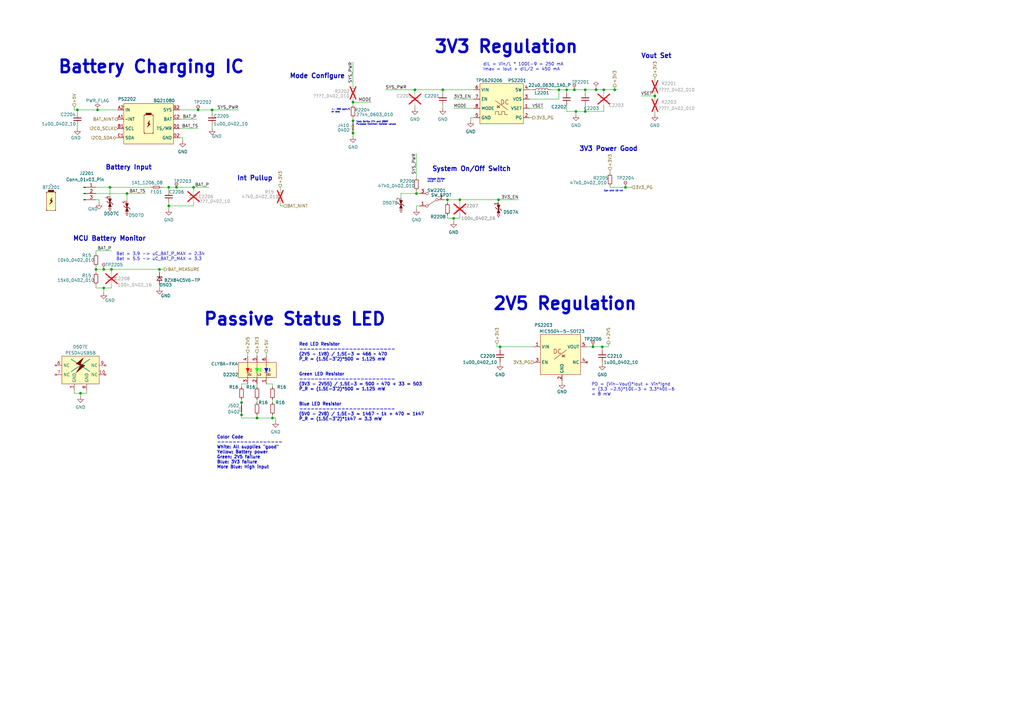
<source format=kicad_sch>
(kicad_sch (version 20230121) (generator eeschema)
  (paper "A3")
  (title_block (title "Regulators") (date "2023-08-07") (rev "1") (company "Beep Boop"))
  (lib_symbols
    (symbol "Beacon_Library:BQ21080"
      (property "Reference" "PS" (at 0 0 0))
      (property "Value" "BQ21080" (at 15.24 0 0))
      (symbol "BQ21080_1_1"
        (pin output line (at -3.81 -7.62 0) (length 2.54) (name "~INT") (number "A1"))
        (pin power_in line (at -3.81 -3.81 0) (length 2.54) (name "IN") (number "A2"))
        (pin input line (at -3.81 -11.43 0) (length 2.54) (name "SCL") (number "B1"))
        (pin power_out line (at 21.59 -3.81 180) (length 2.54) (name "SYS") (number "B2"))
        (pin bidirectional line (at -3.81 -15.24 0) (length 2.54) (name "SDA") (number "C1"))
        (pin bidirectional line (at 21.59 -7.62 180) (length 2.54) (name "BAT") (number "C2"))
        (pin input line (at 21.59 -11.43 180) (length 2.54) (name "TS/MR") (number "D1"))
        (pin passive line (at 21.59 -15.24 180) (length 2.54) (name "GND") (number "D2"))
      )
    )
    (symbol "Beacon_Library:Battery"
      (property "Reference" "BT" (at 0 -1.27 0))
    )
    (symbol "Beacon_Library:CLYBA-FKA"
      (property "Reference" "D" (at -3.302 2.032 0))
      (property "Value" "CLYBA-FKA" (at 1.524 0.254 0))
      (symbol "CLYBA-FKA_1_1"
        (text "B" (at 1.905 -4.064 0) (effects (font (size 1.27 1.27))))
        (text "G" (at 1.905 -7.874 0) (effects (font (size 1.27 1.27))))
        (text "R" (at 1.905 -11.684 0) (effects (font (size 1.27 1.27))))
        (pin passive line (at 5.715 -5.08 180) (length 2.54) (name "") (number "1"))
        (pin passive line (at 5.715 -8.89 180) (length 2.54) (name "") (number "2"))
        (pin passive line (at 5.715 -12.7 180) (length 2.54) (name "") (number "3"))
        (pin passive line (at -5.715 -12.7 0) (length 2.54) (name "") (number "4"))
        (pin passive line (at -5.715 -8.89 0) (length 2.54) (name "") (number "5"))
        (pin passive line (at -5.715 -5.08 0) (length 2.54) (name "") (number "6"))
      )
    )
    (symbol "Beacon_Library:CUT_N_JUMP" (pin_numbers hide) (in_bom no)
      (property "Reference" "J" (at 0 -0.254 0))
      (property "Value" "0402" (at 0 -3.81 0))
      (symbol "CUT_N_JUMP_1_1"
        (pin passive line (at -2.54 -2.54 0) (length 1.27) (name "~") (number "1"))
        (pin passive line (at 2.54 -2.54 180) (length 1.27) (name "~") (number "2"))
      )
    )
    (symbol "Beacon_Library:MIC5504-5-SOT23"
      (property "Reference" "PS" (at -1.524 1.27 0))
      (property "Value" "MIC5504-5-SOT23" (at 6.35 -1.27 0))
      (symbol "MIC5504-5-SOT23_1_1"
        (text "DC" (at 6.985 -9.525 0) (effects (font (size 1.778 1.778))))
        (text "DC" (at 9.525 -11.43 0) (effects (font (size 0.762 0.762))))
        (pin power_in line (at -2.54 -7.62 0) (length 2.54) (name "VIN") (number "1"))
        (pin passive line (at 8.89 -21.59 90) (length 2.54) (name "GND") (number "2"))
        (pin input line (at -2.54 -13.97 0) (length 2.54) (name "EN") (number "3"))
        (pin no_connect line (at 19.05 -13.97 180) (length 2.54) (name "NC") (number "4"))
        (pin power_out line (at 19.05 -7.62 180) (length 2.54) (name "VOUT") (number "5"))
      )
    )
    (symbol "Beacon_Library:PESD4USB5B-TBSX"
      (property "Reference" "D" (at -2.54 2.54 0))
      (property "Value" "PESD4USB5B" (at 11.43 2.54 0))
      (symbol "PESD4USB5B-TBSX_1_1"
        (pin passive line (at 0 1.27 270) (length 0.635) (name "") (number "1"))
      )
      (symbol "PESD4USB5B-TBSX_2_1"
        (pin passive line (at 0 1.27 270) (length 0.635) (name "") (number "2"))
      )
      (symbol "PESD4USB5B-TBSX_3_1"
        (pin passive line (at 0 1.27 270) (length 0.635) (name "") (number "4"))
      )
      (symbol "PESD4USB5B-TBSX_4_1"
        (pin passive line (at 0 1.27 270) (length 0.635) (name "") (number "5"))
      )
      (symbol "PESD4USB5B-TBSX_5_1"
        (pin no_connect line (at 17.78 -6.35 180) (length 2.54) (name "NC") (number "10"))
        (pin passive line (at 5.08 -12.7 90) (length 2.54) (name "GND") (number "3"))
        (pin no_connect line (at -2.54 -2.54 0) (length 2.54) (name "NC") (number "6"))
        (pin no_connect line (at -2.54 -6.35 0) (length 2.54) (name "NC") (number "7"))
        (pin passive line (at 10.16 -12.7 90) (length 2.54) (name "GND") (number "8"))
        (pin no_connect line (at 17.78 -2.54 180) (length 2.54) (name "NC") (number "9"))
      )
    )
    (symbol "Beacon_Library:TESTPOINT" (pin_numbers hide) (in_bom no)
      (property "Reference" "TP" (at 0 0 0))
      (symbol "TESTPOINT_1_1"
        (pin passive line (at 0 -3.175 90) (length 0.635) (name "~") (number "1"))
      )
    )
    (symbol "Beacon_Library:TPS629206"
      (property "Reference" "PS" (at 0 0 0))
      (property "Value" "TPS629206" (at 11.43 0 0))
      (symbol "TPS629206_1_1"
        (text "DC" (at 6.35 -10.795 0) (effects (font (size 0.762 0.762))))
        (text "DC" (at 8.89 -8.89 0) (effects (font (size 1.778 1.778))))
        (pin input line (at 19.05 -11.43 180) (length 2.54) (name "VSET") (number "1"))
        (pin output line (at 19.05 -15.24 180) (length 2.54) (name "PG") (number "2"))
        (pin input line (at 19.05 -7.62 180) (length 2.54) (name "VOS") (number "3"))
        (pin output line (at 19.05 -3.81 180) (length 2.54) (name "SW") (number "4"))
        (pin passive line (at -3.81 -15.24 0) (length 2.54) (name "GND") (number "5"))
        (pin input line (at -3.81 -3.81 0) (length 2.54) (name "VIN") (number "6"))
        (pin input line (at -3.81 -7.62 0) (length 2.54) (name "EN") (number "7"))
        (pin input line (at -3.81 -11.43 0) (length 2.54) (name "MODE") (number "8"))
      )
    )
    (symbol "Connector:Conn_01x03_Pin" (pin_names (offset 1.016) hide)
      (property "Reference" "J" (at 0 5.08 0))
      (property "Value" "Conn_01x03_Pin" (at 0 -5.08 0))
      (symbol "Conn_01x03_Pin_1_1"
        (pin passive line (at 5.08 2.54 180) (length 3.81) (name "Pin_1") (number "1"))
        (pin passive line (at 5.08 0 180) (length 3.81) (name "Pin_2") (number "2"))
        (pin passive line (at 5.08 -2.54 180) (length 3.81) (name "Pin_3") (number "3"))
      )
    )
    (symbol "Device:C_Small" (pin_numbers hide) (pin_names (offset 0.254) hide)
      (property "Reference" "C" (at 0.254 1.778 0))
      (property "Value" "C_Small" (at 0.254 -2.032 0))
      (symbol "C_Small_1_1"
        (pin passive line (at 0 2.54 270) (length 2.032) (name "~") (number "1"))
        (pin passive line (at 0 -2.54 90) (length 2.032) (name "~") (number "2"))
      )
    )
    (symbol "Device:D_Zener_Small" (pin_numbers hide) (pin_names (offset 0.254) hide)
      (property "Reference" "D503" (at 1.905 0 90))
      (property "Value" "BZX84C5V6-TP" (at 1.27 -1.905 90))
      (symbol "D_Zener_Small_1_1"
        (pin passive line (at -2.54 0 0) (length 1.778) (name "K") (number "1"))
        (pin passive line (at 2.54 0 180) (length 1.778) (name "A") (number "2"))
        (pin no_connect line (at 1.905 -2.54 90) (length 1.778) hide (name "A") (number "3"))
      )
    )
    (symbol "Device:Fuse_Small" (pin_numbers hide) (pin_names (offset 0.254) hide)
      (property "Reference" "F" (at 0 -1.524 0))
      (property "Value" "Fuse_Small" (at 0 1.524 0))
      (symbol "Fuse_Small_1_1"
        (pin passive line (at -2.54 0 0) (length 1.27) (name "~") (number "1"))
        (pin passive line (at 2.54 0 180) (length 1.27) (name "~") (number "2"))
      )
    )
    (symbol "Device:L" (pin_numbers hide) (pin_names (offset 1.016) hide)
      (property "Reference" "L" (at -1.27 0 90))
      (property "Value" "L" (at 1.905 0 90))
      (symbol "L_1_1"
        (pin passive line (at 0 3.81 270) (length 1.27) (name "1") (number "1"))
        (pin passive line (at 0 -3.81 90) (length 1.27) (name "2") (number "2"))
      )
    )
    (symbol "Device:R_Small" (pin_numbers hide) (pin_names (offset 0.254) hide)
      (property "Reference" "R" (at 0.762 0.508 0))
      (property "Value" "R_Small" (at 0.762 -1.016 0))
      (symbol "R_Small_1_1"
        (pin passive line (at 0 2.54 270) (length 0.762) (name "~") (number "1"))
        (pin passive line (at 0 -2.54 90) (length 0.762) (name "~") (number "2"))
      )
    )
    (symbol "Switch:SW_SPDT" (pin_names (offset 0) hide)
      (property "Reference" "SW" (at 0 4.318 0))
      (property "Value" "SW_SPDT" (at 0 -5.08 0))
      (symbol "SW_SPDT_1_1"
        (pin passive line (at 5.08 2.54 180) (length 2.54) (name "A") (number "1"))
        (pin passive line (at -5.08 0 0) (length 2.54) (name "B") (number "2"))
        (pin passive line (at 5.08 -2.54 180) (length 2.54) (name "C") (number "3"))
      )
    )
    (symbol "power:GND" (power) (pin_names (offset 0))
      (property "Value" "GND" (at 0 -3.81 0))
      (symbol "GND_1_1"
        (pin power_in line (at 0 0 270) (length 0) hide (name "GND") (number "1"))
      )
    )
    (symbol "power:PWR_FLAG" (power) (pin_numbers hide) (pin_names (offset 0) hide)
      (property "Value" "PWR_FLAG" (at 0 3.81 0))
      (symbol "PWR_FLAG_0_0"
        (pin power_out line (at 0 0 90) (length 0) (name "pwr") (number "1"))
      )
    )
  )
  (junction (at 252.095 36.83))
  (junction (at 65.405 110.49))
  (junction (at 99.06 170.18))
  (junction (at 204.47 81.915))
  (junction (at 86.995 45.085))
  (junction (at 39.37 110.49))
  (junction (at 247.65 36.83))
  (junction (at 240.03 45.72))
  (junction (at 144.78 49.53))
  (junction (at 268.605 39.37))
  (junction (at 183.515 81.915))
  (junction (at 244.475 36.83))
  (junction (at 79.375 76.835))
  (junction (at 45.085 76.835))
  (junction (at 229.235 36.83))
  (junction (at 186.055 89.535))
  (junction (at 31.75 45.085))
  (junction (at 72.39 76.835))
  (junction (at 52.07 79.375))
  (junction (at 247.015 142.24))
  (junction (at 40.005 45.085))
  (junction (at 99.06 165.1))
  (junction (at 181.61 36.83))
  (junction (at 232.41 36.83))
  (junction (at 205.105 142.24))
  (junction (at 111.76 171.45))
  (junction (at 69.215 76.835))
  (junction (at 240.03 36.83))
  (junction (at 170.815 79.375))
  (junction (at 45.72 110.49))
  (junction (at 243.205 142.24))
  (junction (at 256.54 76.835))
  (junction (at 42.545 110.49))
  (junction (at 144.78 54.61))
  (junction (at 144.78 41.91))
  (junction (at 236.22 45.72))
  (junction (at 188.595 81.915))
  (junction (at 170.18 36.83))
  (junction (at 69.215 84.455))
  (junction (at 33.02 161.29))
  (junction (at 235.585 36.83))
  (junction (at 105.41 171.45))
  (junction (at 81.28 45.085))
  (junction (at 42.545 118.11))
  (wire (pts (xy 45.72 110.49) (xy 65.405 110.49)))
  (wire (pts (xy 144.78 25.4) (xy 144.78 35.56)))
  (wire (pts (xy 204.47 81.915) (xy 204.47 83.185)))
  (wire (pts (xy 247.015 142.24) (xy 247.015 143.51)))
  (wire (pts (xy 86.995 52.705) (xy 86.995 51.435)))
  (wire (pts (xy 170.18 36.83) (xy 170.18 38.1)))
  (wire (pts (xy 205.105 142.24) (xy 205.105 143.51)))
  (wire (pts (xy 194.31 40.64) (xy 186.055 40.64)))
  (wire (pts (xy 170.815 62.865) (xy 170.815 73.025)))
  (wire (pts (xy 65.405 110.49) (xy 65.405 111.76)))
  (wire (pts (xy 144.78 41.91) (xy 144.78 43.18)))
  (wire (pts (xy 105.41 158.75) (xy 105.41 157.48)))
  (wire (pts (xy 170.18 43.18) (xy 170.18 44.45)))
  (wire (pts (xy 111.76 163.83) (xy 111.76 165.1)))
  (wire (pts (xy 42.545 118.11) (xy 42.545 120.015)))
  (wire (pts (xy 39.37 79.375) (xy 52.07 79.375)))
  (wire (pts (xy 244.475 36.83) (xy 247.65 36.83)))
  (wire (pts (xy 45.72 116.84) (xy 45.72 118.11)))
  (wire (pts (xy 33.02 161.29) (xy 33.02 162.56)))
  (wire (pts (xy 181.61 43.18) (xy 181.61 44.45)))
  (wire (pts (xy 73.66 56.515) (xy 74.93 56.515)))
  (wire (pts (xy 73.66 52.705) (xy 81.28 52.705)))
  (wire (pts (xy 99.06 170.18) (xy 99.06 171.45)))
  (wire (pts (xy 79.375 76.835) (xy 79.375 78.105)))
  (wire (pts (xy 218.44 48.26) (xy 217.17 48.26)))
  (wire (pts (xy 158.115 36.83) (xy 170.18 36.83)))
  (wire (pts (xy 217.17 36.83) (xy 218.44 36.83)))
  (wire (pts (xy 193.04 49.53) (xy 193.04 48.26)))
  (wire (pts (xy 31.75 52.705) (xy 31.75 51.435)))
  (wire (pts (xy 52.07 82.55) (xy 52.07 79.375)))
  (wire (pts (xy 268.605 38.1) (xy 268.605 39.37)))
  (wire (pts (xy 79.375 83.185) (xy 79.375 84.455)))
  (wire (pts (xy 235.585 36.83) (xy 240.03 36.83)))
  (wire (pts (xy 116.205 84.455) (xy 114.935 84.455)))
  (wire (pts (xy 101.6 157.48) (xy 99.06 157.48)))
  (wire (pts (xy 230.505 156.845) (xy 230.505 156.21)))
  (wire (pts (xy 183.515 81.915) (xy 183.515 83.185)))
  (wire (pts (xy 45.72 102.87) (xy 39.37 102.87)))
  (wire (pts (xy 113.03 171.45) (xy 111.76 171.45)))
  (wire (pts (xy 181.61 38.1) (xy 181.61 36.83)))
  (wire (pts (xy 232.41 36.83) (xy 235.585 36.83)))
  (wire (pts (xy 39.37 118.11) (xy 39.37 116.84)))
  (wire (pts (xy 30.48 45.085) (xy 31.75 45.085)))
  (wire (pts (xy 186.055 44.45) (xy 194.31 44.45)))
  (wire (pts (xy 114.935 76.835) (xy 114.935 78.105)))
  (wire (pts (xy 236.22 45.72) (xy 240.03 45.72)))
  (wire (pts (xy 109.22 144.78) (xy 109.22 146.05)))
  (wire (pts (xy 113.03 172.72) (xy 113.03 171.45)))
  (wire (pts (xy 79.375 76.835) (xy 85.725 76.835)))
  (wire (pts (xy 144.78 40.64) (xy 144.78 41.91)))
  (wire (pts (xy 105.41 171.45) (xy 111.76 171.45)))
  (wire (pts (xy 73.66 48.895) (xy 80.645 48.895)))
  (wire (pts (xy 232.41 45.72) (xy 236.22 45.72)))
  (wire (pts (xy 152.4 41.91) (xy 144.78 41.91)))
  (wire (pts (xy 232.41 43.18) (xy 232.41 45.72)))
  (wire (pts (xy 229.235 36.83) (xy 232.41 36.83)))
  (wire (pts (xy 86.995 45.085) (xy 97.79 45.085)))
  (wire (pts (xy 193.04 48.26) (xy 194.31 48.26)))
  (wire (pts (xy 52.07 79.375) (xy 59.69 79.375)))
  (wire (pts (xy 252.095 36.83) (xy 253.365 36.83)))
  (wire (pts (xy 69.215 76.835) (xy 72.39 76.835)))
  (wire (pts (xy 33.02 161.29) (xy 35.56 161.29)))
  (wire (pts (xy 45.085 76.835) (xy 61.595 76.835)))
  (wire (pts (xy 30.48 160.02) (xy 30.48 161.29)))
  (wire (pts (xy 240.03 36.83) (xy 244.475 36.83)))
  (wire (pts (xy 65.405 116.84) (xy 65.405 118.11)))
  (wire (pts (xy 69.215 84.455) (xy 69.215 83.185)))
  (wire (pts (xy 186.055 89.535) (xy 186.055 90.805)))
  (wire (pts (xy 45.085 76.835) (xy 45.085 80.645)))
  (wire (pts (xy 232.41 36.83) (xy 232.41 38.1)))
  (wire (pts (xy 252.095 35.56) (xy 252.095 36.83)))
  (wire (pts (xy 109.22 157.48) (xy 111.76 157.48)))
  (wire (pts (xy 243.205 142.24) (xy 247.015 142.24)))
  (wire (pts (xy 99.06 165.1) (xy 99.06 170.18)))
  (wire (pts (xy 188.595 88.265) (xy 188.595 89.535)))
  (wire (pts (xy 204.47 81.915) (xy 212.725 81.915)))
  (wire (pts (xy 226.06 36.83) (xy 229.235 36.83)))
  (wire (pts (xy 111.76 170.18) (xy 111.76 171.45)))
  (wire (pts (xy 45.72 110.49) (xy 45.72 111.76)))
  (wire (pts (xy 268.605 39.37) (xy 268.605 40.64)))
  (wire (pts (xy 39.37 102.87) (xy 39.37 104.14)))
  (wire (pts (xy 40.64 83.185) (xy 40.64 81.915)))
  (wire (pts (xy 236.22 45.72) (xy 236.22 46.99)))
  (wire (pts (xy 144.78 54.61) (xy 144.78 55.88)))
  (wire (pts (xy 217.17 40.64) (xy 229.235 40.64)))
  (wire (pts (xy 111.76 157.48) (xy 111.76 158.75)))
  (wire (pts (xy 69.215 76.835) (xy 69.215 78.105)))
  (wire (pts (xy 31.75 45.085) (xy 40.005 45.085)))
  (wire (pts (xy 268.605 31.75) (xy 268.605 33.02)))
  (wire (pts (xy 79.375 84.455) (xy 69.215 84.455)))
  (wire (pts (xy 205.105 142.24) (xy 219.075 142.24)))
  (wire (pts (xy 99.06 157.48) (xy 99.06 158.75)))
  (wire (pts (xy 170.815 85.725) (xy 170.815 84.455)))
  (wire (pts (xy 170.815 79.375) (xy 172.085 79.375)))
  (wire (pts (xy 105.41 144.78) (xy 105.41 146.05)))
  (wire (pts (xy 256.54 76.2) (xy 256.54 76.835)))
  (wire (pts (xy 268.605 46.99) (xy 268.605 45.72)))
  (wire (pts (xy 164.465 79.375) (xy 164.465 81.28)))
  (wire (pts (xy 39.37 76.835) (xy 45.085 76.835)))
  (wire (pts (xy 247.015 142.24) (xy 249.555 142.24)))
  (wire (pts (xy 183.515 88.265) (xy 183.515 89.535)))
  (wire (pts (xy 42.545 110.49) (xy 45.72 110.49)))
  (wire (pts (xy 114.935 84.455) (xy 114.935 83.185)))
  (wire (pts (xy 170.815 84.455) (xy 172.085 84.455)))
  (wire (pts (xy 74.93 56.515) (xy 74.93 57.785)))
  (wire (pts (xy 105.41 171.45) (xy 99.06 171.45)))
  (wire (pts (xy 222.885 44.45) (xy 217.17 44.45)))
  (wire (pts (xy 203.835 142.24) (xy 205.105 142.24)))
  (wire (pts (xy 188.595 81.915) (xy 188.595 83.185)))
  (wire (pts (xy 30.48 161.29) (xy 33.02 161.29)))
  (wire (pts (xy 73.66 45.085) (xy 81.28 45.085)))
  (wire (pts (xy 39.37 110.49) (xy 42.545 110.49)))
  (wire (pts (xy 105.41 170.18) (xy 105.41 171.45)))
  (wire (pts (xy 240.03 43.18) (xy 240.03 45.72)))
  (wire (pts (xy 170.815 79.375) (xy 170.815 78.105)))
  (wire (pts (xy 72.39 76.835) (xy 79.375 76.835)))
  (wire (pts (xy 240.03 36.83) (xy 240.03 38.1)))
  (wire (pts (xy 86.995 46.355) (xy 86.995 45.085)))
  (wire (pts (xy 40.005 45.085) (xy 48.26 45.085)))
  (wire (pts (xy 39.37 109.22) (xy 39.37 110.49)))
  (wire (pts (xy 249.555 140.97) (xy 249.555 142.24)))
  (wire (pts (xy 244.475 36.195) (xy 244.475 36.83)))
  (wire (pts (xy 235.585 36.195) (xy 235.585 36.83)))
  (wire (pts (xy 81.28 45.085) (xy 86.995 45.085)))
  (wire (pts (xy 42.545 118.11) (xy 45.72 118.11)))
  (wire (pts (xy 247.65 36.83) (xy 252.095 36.83)))
  (wire (pts (xy 243.205 141.605) (xy 243.205 142.24)))
  (wire (pts (xy 247.015 148.59) (xy 247.015 149.225)))
  (wire (pts (xy 182.245 81.915) (xy 183.515 81.915)))
  (wire (pts (xy 65.405 110.49) (xy 67.31 110.49)))
  (wire (pts (xy 250.19 76.2) (xy 250.19 76.835)))
  (wire (pts (xy 101.6 144.78) (xy 101.6 146.05)))
  (wire (pts (xy 256.54 76.835) (xy 259.08 76.835)))
  (wire (pts (xy 188.595 81.915) (xy 204.47 81.915)))
  (wire (pts (xy 247.65 45.72) (xy 247.65 43.18)))
  (wire (pts (xy 144.78 48.26) (xy 144.78 49.53)))
  (wire (pts (xy 247.65 36.83) (xy 247.65 38.1)))
  (wire (pts (xy 47.625 56.515) (xy 48.26 56.515)))
  (wire (pts (xy 188.595 89.535) (xy 186.055 89.535)))
  (wire (pts (xy 240.665 142.24) (xy 243.205 142.24)))
  (wire (pts (xy 250.19 76.835) (xy 256.54 76.835)))
  (wire (pts (xy 30.48 43.815) (xy 30.48 45.085)))
  (wire (pts (xy 183.515 89.535) (xy 186.055 89.535)))
  (wire (pts (xy 99.06 163.83) (xy 99.06 165.1)))
  (wire (pts (xy 205.105 149.225) (xy 205.105 148.59)))
  (wire (pts (xy 181.61 36.83) (xy 194.31 36.83)))
  (wire (pts (xy 39.37 110.49) (xy 39.37 111.76)))
  (wire (pts (xy 144.78 49.53) (xy 144.78 54.61)))
  (wire (pts (xy 42.545 118.11) (xy 39.37 118.11)))
  (wire (pts (xy 229.235 40.64) (xy 229.235 36.83)))
  (wire (pts (xy 250.19 69.85) (xy 250.19 71.12)))
  (wire (pts (xy 268.605 39.37) (xy 262.89 39.37)))
  (wire (pts (xy 183.515 81.915) (xy 188.595 81.915)))
  (wire (pts (xy 35.56 160.02) (xy 35.56 161.29)))
  (wire (pts (xy 31.75 45.085) (xy 31.75 46.355)))
  (wire (pts (xy 40.64 81.915) (xy 39.37 81.915)))
  (wire (pts (xy 240.03 45.72) (xy 247.65 45.72)))
  (wire (pts (xy 69.215 84.455) (xy 69.215 85.725)))
  (wire (pts (xy 105.41 163.83) (xy 105.41 165.1)))
  (wire (pts (xy 42.545 109.855) (xy 42.545 110.49)))
  (wire (pts (xy 66.675 76.835) (xy 69.215 76.835)))
  (wire (pts (xy 203.835 140.97) (xy 203.835 142.24)))
  (wire (pts (xy 164.465 79.375) (xy 170.815 79.375)))
  (wire (pts (xy 170.18 36.83) (xy 181.61 36.83)))
  (text "+- 200 ppm/C\nor less" (at 135.89 46.355 0) (effects (font (size 0.635 0.635)) (justify left bottom)))
  (text "Mode Configure" (at 118.745 32.385 0) (effects (font (size 1.905 1.905) (thickness 0.381) bold) (justify left bottom)))
  (text "dIL = Vin/L * 100E-9 = 250 mA\nImax = Iout + dIL/2 = 450 mA" (at 198.12 29.21 0) (effects (font (size 1.27 1.27)) (justify left bottom)))
  (text "Vout Set" (at 262.89 24.13 0) (effects (font (size 1.905 1.905) (thickness 0.381) bold) (justify left bottom)))
  (text "Color Code\n-----------------\nWhite: All supplies \"good\"\nYellow: Battery power\nGreen: 2V5 failure\nBlue: 3V3 failure\nMore Blue: High input" (at 88.9 192.405 0) (effects (font (size 1.27 1.27) bold) (justify left bottom)))
  (text "Battery Input" (at 43.18 69.85 0) (effects (font (size 1.905 1.905) (thickness 0.381) bold) (justify left bottom)))
  (text "Int Pullup" (at 97.155 74.295 0) (effects (font (size 1.905 1.905) (thickness 0.381) bold) (justify left bottom)))
  (text "Bat = 3.9 -> uC_BAT_P_MAX = 2.34\nBat = 5.5 -> uC_BAT_P_MAX = 3.3\n\n\n" (at 47.625 111.125 0) (effects (font (size 1.27 1.27)) (justify left bottom)))
  (text "Voltage Divider\nUVLO ~ 3.3 V" (at 175.26 74.93 0) (effects (font (size 0.635 0.635)) (justify left bottom)))
  (text "3V3 Regulation" (at 177.8 22.225 0) (effects (font (size 5.08 5.08) (thickness 1.016) bold) (justify left bottom)))
  (text "PD = (Vin-Vout)*Iout + Vin*Ignd\n= (3.3 -2.5)*10E-3 + 3.3*40E-6\n= 8 mW" (at 242.57 162.56 0) (effects (font (size 1.27 1.27)) (justify left bottom)))
  (text "3V3 Power Good" (at 237.49 62.23 0) (effects (font (size 1.905 1.905) (thickness 0.381) bold) (justify left bottom)))
  (text "Battery Charging IC" (at 23.495 30.48 0) (effects (font (size 5.08 5.08) (thickness 1.016) bold) (justify left bottom)))
  (text "Test: Series 27k and 390R\nPurpose: Common resistor values" (at 146.05 51.435 0) (effects (font (size 0.635 0.635)) (justify left bottom)))
  (text "Red LED Resistor\n------------------------- \n(2V5 - 1V8) / 1.5E-3 = 466 ~ 470\nP_R = (1.5E-3^2)*500 = 1.125 mW\n\n\nGreen LED Resistor\n-------------------------  \n(3V3 - 2V55) / 1.5E-3 = 500 ~ 470 + 33 = 503\nP_R = (1.5E-3^2)*500 = 1.125 mW\n\n\nBlue LED Resistor\n------------------------- \n(5V0 - 2V8) / 1.5E-3 = 1467 ~ 1k + 470 = 1k47\nP_R = (1.5E-3^2)*1k47 = 3.3 mW" (at 122.555 172.72 0) (effects (font (size 1.27 1.27) bold) (justify left bottom)))
  (text "Passive Status LED" (at 83.185 133.985 0) (effects (font (size 5.08 5.08) (thickness 1.016) bold) (justify left bottom)))
  (text "2V5 Regulation" (at 201.93 127.635 0) (effects (font (size 5.08 5.08) (thickness 1.016) bold) (justify left bottom)))
  (text "System On/Off Switch" (at 177.165 70.485 0) (effects (font (size 1.905 1.905) (thickness 0.381) bold) (justify left bottom)))
  (text "MCU Battery Monitor" (at 29.845 99.06 0) (effects (font (size 1.905 1.905) (thickness 0.381) bold) (justify left bottom)))
  (text "Can sink 10 mA" (at 247.65 78.74 0) (effects (font (size 0.635 0.635)) (justify left bottom)))
  (label "BAT_P" (at 85.725 76.835 180))
  (label "SYS_PWR" (at 144.78 25.4 270))
  (label "BAT_P" (at 45.72 102.87 180))
  (label "SYS_PWR" (at 97.79 45.085 180))
  (label "BAT_P" (at 80.645 48.895 180))
  (label "SYS_PWR" (at 158.115 36.83 0))
  (label "SYS_PWR" (at 170.815 62.865 270))
  (label "MODE" (at 186.055 44.45 0))
  (label "3V3_EN" (at 212.725 81.915 180))
  (label "3V3_EN" (at 186.055 40.64 0))
  (label "MODE" (at 152.4 41.91 180))
  (label "VSET" (at 222.885 44.45 180))
  (label "VSET" (at 262.89 39.37 0))
  (label "BAT_TS" (at 81.28 52.705 180))
  (label "BAT_TS" (at 59.69 79.375 180))
  (hierarchical_label "+3V3" (shape input) (at 114.935 76.835 90))
  (hierarchical_label "3V3_PG" (shape input) (at 259.08 76.835 0))
  (hierarchical_label "+5V" (shape input) (at 30.48 43.815 90))
  (hierarchical_label "I2C0_SCLK" (shape input) (at 48.26 52.705 180) (property "Intersheetrefs" "${INTERSHEET_REFS}" (effects hide)))
  (hierarchical_label "3V3_PG" (shape output) (at 218.44 48.26 0))
  (hierarchical_label "I2C0_SDA" (shape bidirectional) (at 47.625 56.515 180) (property "Intersheetrefs" "${INTERSHEET_REFS}" (effects hide)))
  (hierarchical_label "BAT_MEASURE" (shape output) (at 67.31 110.49 0) (property "Intersheetrefs" "${INTERSHEET_REFS}" (effects hide)))
  (hierarchical_label "3V3_PG" (shape input) (at 219.075 148.59 180))
  (hierarchical_label "BAT_NINT" (shape input) (at 116.205 84.455 0))
  (hierarchical_label "+5V" (shape input) (at 109.22 144.78 90))
  (hierarchical_label "+2V5" (shape input) (at 101.6 144.78 90))
  (hierarchical_label "+3V3" (shape input) (at 268.605 31.75 90))
  (hierarchical_label "+3V3" (shape input) (at 203.835 140.97 90))
  (hierarchical_label "+2V5" (shape output) (at 249.555 140.97 90))
  (hierarchical_label "BAT_NINT" (shape output) (at 48.26 48.895 180))
  (hierarchical_label "+3V3" (shape input) (at 105.41 144.78 90))
  (hierarchical_label "+3V3" (shape output) (at 252.095 35.56 90))
  (hierarchical_label "+3V3" (shape input) (at 250.19 69.85 90))
  (symbol (lib_id "Device:C_Small") (at 247.015 146.05 180) (unit 1)
    (property "Reference" "C2210" (at 252.095 146.05 0))
    (property "Value" "1u00_0402_10" (at 254.635 148.59 0))
    (property "Footprint" "Footprint_Library:0402_1005Metric_Handsolder" (effects hide))
    (instances (project "Beacon" (path "" (reference "C2210") (unit 1))) (project "Beacon_Multiboard" (path "" (reference "C534") (unit 1))))
  )
  (symbol (lib_id "power:GND") (at 236.22 46.99 0) (unit 1)
    (property "Reference" "#PWR02208" (effects hide))
    (property "Value" "GND" (at 236.22 51.435 0))
    (instances (project "Beacon" (path "" (reference "#PWR02208") (unit 1))) (project "Beacon_Multiboard" (path "" (reference "#PWR0502") (unit 1))))
  )
  (symbol (lib_id "Device:R_Small") (at 268.605 35.56 180) (unit 1) (dnp yes)
    (property "Reference" "R2201" (at 274.32 34.29 0))
    (property "Value" "????_0402_010" (at 277.495 36.83 0))
    (property "Footprint" "Footprint_Library:0402_1005Metric_Handsolder" (effects hide))
    (instances (project "Beacon" (path "" (reference "R2201") (unit 1))) (project "Beacon_Multiboard" (path "" (reference "R501") (unit 1))))
  )
  (symbol (lib_id "Beacon_Library:CUT_N_JUMP") (at 96.52 167.64 90) (unit 1) (in_bom no)
    (property "Reference" "J502" (at 93.345 166.37 90) (effects (justify right)))
    (property "Value" "0402" (at 93.345 168.91 90) (effects (justify right)))
    (property "Footprint" "Footprint_Library:0402_1005Metric_Handsolder" (effects hide))
  )
  (symbol (lib_id "Beacon_Library:PESD4USB5B-TBSX") (at 164.465 82.55 0) (unit 2)
    (property "Reference" "D507" (at 156.845 83.185 0) (effects (justify left)))
    (property "Value" "PESD4USB5B" (effects hide))
    (property "Footprint" "Footprint_Library:PESD4USB5BTBSX" (effects hide))
    (property "Datasheet" "https://www.mouser.com/ProductDetail/Nexperia/PESD4USB5B-TBSX?qs=sGAEpiMZZMsItbzKdwyIe0v7IbkW2Xxce7GX43waDW57mBNLazKp2g%3D%3D" (effects hide))
  )
  (symbol (lib_id "Beacon_Library:PESD4USB5B-TBSX") (at 52.07 83.82 0) (unit 4)
    (property "Reference" "D507" (at 52.705 88.265 0) (effects (justify left)))
    (property "Value" "PESD4USB5B" (effects hide))
    (property "Footprint" "Footprint_Library:PESD4USB5BTBSX" (effects hide))
    (property "Datasheet" "https://www.mouser.com/ProductDetail/Nexperia/PESD4USB5B-TBSX?qs=sGAEpiMZZMsItbzKdwyIe0v7IbkW2Xxce7GX43waDW57mBNLazKp2g%3D%3D" (effects hide))
  )
  (symbol (lib_id "Device:C_Small") (at 45.72 114.3 180) (unit 1) (dnp yes)
    (property "Reference" "C2208" (at 50.165 114.3 0))
    (property "Value" "100n_0402_16" (at 55.245 116.84 0))
    (property "Footprint" "Footprint_Library:0402_1005Metric_Handsolder" (effects hide))
    (instances (project "Beacon" (path "" (reference "C2208") (unit 1)) (path "" (reference "C11") (unit 1))) (project "Beacon_Multiboard" (path "" (reference "C508") (unit 1))))
  )
  (symbol (lib_id "power:GND") (at 205.105 149.225 0) (unit 1)
    (property "Reference" "#PWR02229" (effects hide))
    (property "Value" "GND" (at 205.105 153.67 0))
    (instances (project "Beacon" (path "" (reference "#PWR02229") (unit 1))) (project "Beacon_Multiboard" (path "" (reference "#PWR0714") (unit 1))))
  )
  (symbol (lib_id "Device:R_Small") (at 111.76 161.29 180) (unit 1)
    (property "Reference" "R16" (at 115.57 158.75 0))
    (property "Value" "1k00_0402_010" (effects hide))
    (property "Footprint" "Footprint_Library:0402_1005Metric_Handsolder" (effects hide))
    (instances (project "Beacon" (path "" (reference "R16") (unit 1)) (path "" (reference "R2213") (unit 1))) (project "Beacon_Multiboard" (path "" (reference "R513") (unit 1))))
  )
  (symbol (lib_id "Device:R_Small") (at 114.935 80.645 180) (unit 1) (dnp yes)
    (property "Reference" "R15" (at 110.49 78.74 0))
    (property "Value" "47k0_0402_010" (at 106.68 80.645 0))
    (property "Footprint" "Footprint_Library:0402_1005Metric_Handsolder" (effects hide))
    (instances (project "Beacon" (path "" (reference "R15") (unit 1)) (path "" (reference "R2207") (unit 1))) (project "Beacon_Multiboard" (path "" (reference "R507") (unit 1))))
  )
  (symbol (lib_id "Beacon_Library:TESTPOINT") (at 81.28 41.91 0) (unit 1) (in_bom no)
    (property "Reference" "TP2202" (at 83.185 41.91 0))
    (property "Value" "SYS_PWR" (effects hide))
    (property "Footprint" "Footprint_Library:Testpoint_Pad_D1.0mm" (effects hide))
    (instances (project "Beacon" (path "" (reference "TP2202") (unit 1))) (project "Beacon_Multiboard" (path "" (reference "TP502") (unit 1))))
  )
  (symbol (lib_id "Device:R_Small") (at 99.06 161.29 180) (unit 1)
    (property "Reference" "R16" (at 95.885 158.75 0))
    (property "Value" "0470_0402_010" (effects hide))
    (property "Footprint" "Footprint_Library:0402_1005Metric_Handsolder" (effects hide))
    (instances (project "Beacon" (path "" (reference "R16") (unit 1)) (path "" (reference "R2211") (unit 1))) (project "Beacon_Multiboard" (path "" (reference "R511") (unit 1))))
  )
  (symbol (lib_id "Device:C_Small") (at 31.75 48.895 180) (unit 1)
    (property "Reference" "C2204" (at 27.94 46.99 0))
    (property "Value" "1u00_0402_10" (at 24.13 50.8 0))
    (property "Footprint" "Footprint_Library:0402_1005Metric_Handsolder" (effects hide))
    (instances (project "Beacon" (path "" (reference "C2204") (unit 1))) (project "Beacon_Multiboard" (path "" (reference "C504") (unit 1))))
  )
  (symbol (lib_id "power:GND") (at 230.505 156.845 0) (unit 1)
    (property "Reference" "#PWR02231" (effects hide))
    (property "Value" "GND" (at 230.505 160.655 0))
    (instances (project "Beacon" (path "" (reference "#PWR02231") (unit 1))) (project "Beacon_Multiboard" (path "" (reference "#PWR0716") (unit 1))))
  )
  (symbol (lib_id "power:GND") (at 65.405 118.11 0) (unit 1)
    (property "Reference" "#PWR02223" (effects hide))
    (property "Value" "GND" (at 67.945 121.285 0))
    (instances (project "Beacon" (path "" (reference "#PWR02223") (unit 1))) (project "Beacon_Multiboard" (path "" (reference "#PWR0520") (unit 1))))
  )
  (symbol (lib_id "Device:R_Small") (at 105.41 167.64 180) (unit 1)
    (property "Reference" "R16" (at 107.95 165.1 0))
    (property "Value" "0033_0402_010" (effects hide))
    (property "Footprint" "Footprint_Library:0402_1005Metric_Handsolder" (effects hide))
    (instances (project "Beacon" (path "" (reference "R16") (unit 1)) (path "" (reference "R2215") (unit 1))) (project "Beacon_Multiboard" (path "" (reference "R515") (unit 1))))
  )
  (symbol (lib_id "power:GND") (at 40.64 83.185 0) (mirror y) (unit 1)
    (property "Reference" "#PWR02220" (effects hide))
    (property "Value" "GND" (at 38.1 85.725 0))
    (instances (project "Beacon" (path "" (reference "#PWR02220") (unit 1))) (project "Beacon_Multiboard" (path "" (reference "#PWR0511") (unit 1))))
  )
  (symbol (lib_id "Beacon_Library:PESD4USB5B-TBSX") (at 45.085 81.915 0) (unit 3)
    (property "Reference" "D507" (at 42.545 87.63 0) (effects (justify left)))
    (property "Value" "PESD4USB5B" (effects hide))
    (property "Footprint" "Footprint_Library:PESD4USB5BTBSX" (effects hide))
    (property "Datasheet" "https://www.mouser.com/ProductDetail/Nexperia/PESD4USB5B-TBSX?qs=sGAEpiMZZMsItbzKdwyIe0v7IbkW2Xxce7GX43waDW57mBNLazKp2g%3D%3D" (effects hide))
  )
  (symbol (lib_id "Beacon_Library:CUT_N_JUMP") (at 142.24 52.07 90) (unit 1) (in_bom no)
    (property "Reference" "J410" (at 138.43 51.435 90) (effects (justify right)))
    (property "Value" "0402" (at 138.43 53.34 90) (effects (justify right)))
    (property "Footprint" "Footprint_Library:0402_1005Metric_Handsolder" (effects hide))
  )
  (symbol (lib_id "Device:C_Small") (at 247.65 40.64 180) (unit 1) (dnp yes)
    (property "Reference" "C2203" (at 252.73 43.18 0))
    (property "Value" "????_0402_10" (effects hide))
    (property "Footprint" "Footprint_Library:0402_1005Metric_Handsolder" (effects hide))
    (instances (project "Beacon" (path "" (reference "C2203") (unit 1))) (project "Beacon_Multiboard" (path "" (reference "C512") (unit 1))))
  )
  (symbol (lib_id "Device:C_Small") (at 232.41 40.64 180) (unit 1)
    (property "Reference" "C2202" (at 229.235 43.815 0))
    (property "Value" "10u0_0805_16" (effects hide))
    (property "Footprint" "Footprint_Library:0805_2012Metric_Handsolder" (effects hide))
    (property "Datasheet" "https://www.mouser.com/ProductDetail/Samsung-Electro-Mechanics/CL21A106KOQNNNE?qs=sGAEpiMZZMvsSlwiRhF8qlxW52pIu5FNoPpuVCxvaEo%3D" (effects hide))
    (instances (project "Beacon" (path "" (reference "C2202") (unit 1))) (project "Beacon_Multiboard" (path "" (reference "C502") (unit 1))))
  )
  (symbol (lib_id "Beacon_Library:TESTPOINT") (at 243.205 138.43 0) (unit 1) (in_bom no)
    (property "Reference" "TP2206" (at 243.205 139.065 0))
    (property "Value" "2V5" (effects hide))
    (property "Footprint" "Footprint_Library:Testpoint_Pad_D1.0mm" (effects hide))
    (instances (project "Beacon" (path "" (reference "TP2206") (unit 1))) (project "Beacon_Multiboard" (path "" (reference "TP509") (unit 1))))
  )
  (symbol (lib_id "Device:C_Small") (at 181.61 40.64 180) (unit 1)
    (property "Reference" "C2201" (at 177.165 39.37 0))
    (property "Value" "4u70_0402_10" (effects hide))
    (property "Footprint" "Footprint_Library:0402_1005Metric_Handsolder" (effects hide))
    (instances (project "Beacon" (path "" (reference "C2201") (unit 1))) (project "Beacon_Multiboard" (path "" (reference "C501") (unit 1))))
  )
  (symbol (lib_id "Beacon_Library:PESD4USB5B-TBSX") (at 25.4 147.32 0) (unit 5)
    (property "Reference" "D507" (at 33.02 142.24 0))
    (property "Value" "PESD4USB5B" (at 33.02 144.78 0))
    (property "Footprint" "Footprint_Library:PESD4USB5BTBSX" (effects hide))
    (property "Datasheet" "https://www.mouser.com/ProductDetail/Nexperia/PESD4USB5B-TBSX?qs=sGAEpiMZZMsItbzKdwyIe0v7IbkW2Xxce7GX43waDW57mBNLazKp2g%3D%3D" (effects hide))
  )
  (symbol (lib_id "Device:C_Small") (at 170.18 40.64 180) (unit 1) (dnp yes)
    (property "Reference" "C2201" (at 165.735 39.37 0))
    (property "Value" "????_0402_10" (effects hide))
    (property "Footprint" "Footprint_Library:0402_1005Metric_Handsolder" (effects hide))
    (instances (project "Beacon" (path "" (reference "C2201") (unit 1))) (project "Beacon_Multiboard" (path "" (reference "C511") (unit 1))))
  )
  (symbol (lib_id "power:GND") (at 170.815 85.725 0) (unit 1)
    (property "Reference" "#PWR02221" (effects hide))
    (property "Value" "GND" (at 170.815 90.17 0))
    (instances (project "Beacon" (path "" (reference "#PWR02221") (unit 1))) (project "Beacon_Multiboard" (path "" (reference "#PWR0512") (unit 1))))
  )
  (symbol (lib_id "Beacon_Library:TPS629206") (at 198.12 33.02 0) (unit 1)
    (property "Reference" "PS2201" (at 212.09 33.02 0))
    (property "Value" "TPS629206" (at 200.66 33.02 0))
    (property "Footprint" "Footprint_Library:SOT-583-8" (effects hide))
    (property "Datasheet" "https://www.mouser.com/ProductDetail/Texas-Instruments/TPS629206DRLR?qs=Znm5pLBrcAJy7dSsD9irQg%3D%3D" (effects hide))
    (instances (project "Beacon" (path "" (reference "PS2201") (unit 1))) (project "Beacon_Multiboard" (path "" (reference "PS501") (unit 1))))
  )
  (symbol (lib_id "Device:R_Small") (at 250.19 73.66 180) (unit 1)
    (property "Reference" "R2205" (at 246.38 73.025 0))
    (property "Value" "47k0_0402_010" (at 241.3 74.93 0))
    (property "Footprint" "Footprint_Library:0402_1005Metric_Handsolder" (effects hide))
    (instances (project "Beacon" (path "" (reference "R2205") (unit 1))) (project "Beacon_Multiboard" (path "" (reference "R505") (unit 1))))
  )
  (symbol (lib_id "Beacon_Library:TESTPOINT") (at 72.39 73.66 0) (unit 1) (in_bom no)
    (property "Reference" "TP2203" (at 74.93 74.295 0))
    (property "Value" "BAT_P" (effects hide))
    (property "Footprint" "Footprint_Library:Testpoint_Pad_D1.0mm" (effects hide))
    (instances (project "Beacon" (path "" (reference "TP2203") (unit 1))) (project "Beacon_Multiboard" (path "" (reference "TP503") (unit 1))))
  )
  (symbol (lib_id "power:GND") (at 69.215 85.725 0) (mirror y) (unit 1)
    (property "Reference" "#PWR02220" (effects hide))
    (property "Value" "GND" (at 69.215 90.17 0))
    (instances (project "Beacon" (path "" (reference "#PWR02220") (unit 1))) (project "Beacon_Multiboard" (path "" (reference "#PWR0503") (unit 1))))
  )
  (symbol (lib_id "power:GND") (at 181.61 44.45 0) (mirror y) (unit 1)
    (property "Reference" "#PWR02207" (effects hide))
    (property "Value" "GND" (at 181.61 48.895 0))
    (instances (project "Beacon" (path "" (reference "#PWR02207") (unit 1))) (project "Beacon_Multiboard" (path "" (reference "#PWR0501") (unit 1))))
  )
  (symbol (lib_id "Beacon_Library:CLYBA-FKA") (at 114.3 151.765 270) (unit 1)
    (property "Reference" "D2202" (at 94.615 153.67 90))
    (property "Value" "CLYBA-FKA" (at 92.075 149.225 90))
    (property "Footprint" "Footprint_Library:CLYBA-FKA-CFHHKL9BBB7a363" (effects hide))
    (property "Datasheet" "https://www.mouser.com/ProductDetail/Cree-LED/CLYBA-FKA-CFHHKL9BBB7a363?qs=sGAEpiMZZMsl8UZd3ZuU6SjafUtAwjRPx%252BjuMPFf1ELzIwPqPEbQ3Q%3D%3D" (effects hide))
    (instances (project "Beacon" (path "" (reference "D2202") (unit 1))) (project "Beacon_Multiboard" (path "" (reference "D501") (unit 1))))
  )
  (symbol (lib_id "Device:R_Small") (at 144.78 38.1 180) (unit 1) (dnp yes)
    (property "Reference" "R2202" (at 140.335 37.465 0))
    (property "Value" "????_0402_010" (at 135.89 39.37 0))
    (property "Footprint" "Footprint_Library:0402_1005Metric_Handsolder" (effects hide))
    (instances (project "Beacon" (path "" (reference "R2202") (unit 1))) (project "Beacon_Multiboard" (path "" (reference "R502") (unit 1))))
  )
  (symbol (lib_id "Device:C_Small") (at 205.105 146.05 180) (unit 1)
    (property "Reference" "C2209" (at 200.025 146.05 0))
    (property "Value" "1u00_0402_10" (at 196.85 148.59 0))
    (property "Footprint" "Footprint_Library:0402_1005Metric_Handsolder" (effects hide))
    (instances (project "Beacon" (path "" (reference "C2209") (unit 1))) (project "Beacon_Multiboard" (path "" (reference "C533") (unit 1))))
  )
  (symbol (lib_id "power:PWR_FLAG") (at 244.475 36.195 0) (unit 1)
    (property "Reference" "#FLG0501" (effects hide))
    (property "Value" "PWR_FLAG" (effects hide))
  )
  (symbol (lib_id "Beacon_Library:PESD4USB5B-TBSX") (at 204.47 84.455 0) (unit 1)
    (property "Reference" "D507" (at 206.375 86.995 0) (effects (justify left)))
    (property "Value" "PESD4USB5B" (effects hide))
    (property "Footprint" "Footprint_Library:PESD4USB5BTBSX" (effects hide))
    (property "Datasheet" "https://www.mouser.com/ProductDetail/Nexperia/PESD4USB5B-TBSX?qs=sGAEpiMZZMsItbzKdwyIe0v7IbkW2Xxce7GX43waDW57mBNLazKp2g%3D%3D" (effects hide))
  )
  (symbol (lib_id "Device:R_Small") (at 105.41 161.29 180) (unit 1)
    (property "Reference" "R16" (at 102.87 158.75 0))
    (property "Value" "0470_0402_010" (effects hide))
    (property "Footprint" "Footprint_Library:0402_1005Metric_Handsolder" (effects hide))
    (instances (project "Beacon" (path "" (reference "R16") (unit 1)) (path "" (reference "R2212") (unit 1))) (project "Beacon_Multiboard" (path "" (reference "R512") (unit 1))))
  )
  (symbol (lib_id "Switch:SW_SPDT") (at 177.165 81.915 180) (unit 1)
    (property "Reference" "SW2201" (at 179.07 78.105 0))
    (property "Value" "SW_SPDT" (at 180.975 80.01 0))
    (property "Footprint" "Footprint_Library:A12AP" (effects hide))
    (property "Datasheet" "https://www.mouser.com/ProductDetail/NKK-Switches/A12AP?qs=GoBI4lfSlcOWDeCKdYFnhw%3D%3D" (effects hide))
    (instances (project "Beacon" (path "" (reference "SW2201") (unit 1))) (project "Beacon_Multiboard" (path "" (reference "SW501") (unit 1))))
  )
  (symbol (lib_id "Device:D_Zener_Small") (at 65.405 114.3 270) (unit 1)
    (property "Reference" "D503" (at 65.405 116.84 90) (effects (justify left)))
    (property "Value" "BZX84C5V6-TP" (at 67.31 114.935 90) (effects (justify left)))
    (property "Footprint" "Footprint_Library:SOT23_Handsolder" (effects hide))
    (property "Datasheet" "https://www.mouser.com/ProductDetail/Micro-Commercial-Components-MCC/BZX84C5V6-TP?qs=SdqRYZZ9IxADlz9ClHPxXg%3D%3D" (effects hide))
  )
  (symbol (lib_id "Device:L") (at 222.25 36.83 90) (unit 1)
    (property "Reference" "L2201" (at 222.25 38.1 90))
    (property "Value" "22u0_0630_1A0_P" (at 225.425 34.925 90))
    (property "Footprint" "Footprint_Library:0603_1608Metric_Handsolder" (effects hide))
    (property "Datasheet" "https://www.mouser.com/ProductDetail/Walsin/WLPM706630M2R2LC?qs=w%2Fv1CP2dgqq%2F2uThOntWEA%3D%3D" (effects hide))
    (instances (project "Beacon" (path "" (reference "L2201") (unit 1))) (project "Beacon_Multiboard" (path "" (reference "L501") (unit 1))))
  )
  (symbol (lib_id "power:GND") (at 144.78 55.88 0) (unit 1)
    (property "Reference" "#PWR02212" (effects hide))
    (property "Value" "GND" (at 144.78 60.325 0))
    (instances (project "Beacon" (path "" (reference "#PWR02212") (unit 1))) (project "Beacon_Multiboard" (path "" (reference "#PWR0506") (unit 1))))
  )
  (symbol (lib_id "Beacon_Library:TESTPOINT") (at 42.545 106.68 0) (unit 1) (in_bom no)
    (property "Reference" "TP2205" (at 43.18 108.585 0) (effects (justify left)))
    (property "Value" "BAT_MEASURE" (effects hide))
    (property "Footprint" "Footprint_Library:Testpoint_Pad_D1.0mm" (effects hide))
    (instances (project "Beacon" (path "" (reference "TP2205") (unit 1))) (project "Beacon_Multiboard" (path "" (reference "TP505") (unit 1))))
  )
  (symbol (lib_id "Device:R_Small") (at 170.815 75.565 180) (unit 1)
    (property "Reference" "R2206" (at 167.005 74.295 0))
    (property "Value" "47k0_0402_010" (at 162.56 76.2 0))
    (property "Footprint" "Footprint_Library:0402_1005Metric_Handsolder" (effects hide))
    (instances (project "Beacon" (path "" (reference "R2206") (unit 1))) (project "Beacon_Multiboard" (path "" (reference "R506") (unit 1))))
  )
  (symbol (lib_id "Device:C_Small") (at 86.995 48.895 180) (unit 1)
    (property "Reference" "C2205" (at 90.805 47.625 0))
    (property "Value" "1u00_0402_10" (at 94.615 50.8 0))
    (property "Footprint" "Footprint_Library:0402_1005Metric_Handsolder" (effects hide))
    (instances (project "Beacon" (path "" (reference "C2205") (unit 1))) (project "Beacon_Multiboard" (path "" (reference "C505") (unit 1))))
  )
  (symbol (lib_id "power:GND") (at 86.995 52.705 0) (unit 1)
    (property "Reference" "#PWR02214" (effects hide))
    (property "Value" "GND" (at 88.9 55.88 0))
    (instances (project "Beacon" (path "" (reference "#PWR02214") (unit 1))) (project "Beacon_Multiboard" (path "" (reference "#PWR0508") (unit 1))))
  )
  (symbol (lib_id "power:GND") (at 113.03 172.72 0) (unit 1)
    (property "Reference" "#PWR02232" (effects hide))
    (property "Value" "GND" (at 113.03 177.165 0))
    (instances (project "Beacon" (path "" (reference "#PWR02232") (unit 1))) (project "Beacon_Multiboard" (path "" (reference "#PWR0518") (unit 1))))
  )
  (symbol (lib_id "power:GND") (at 170.18 44.45 0) (mirror y) (unit 1)
    (property "Reference" "#PWR02207" (effects hide))
    (property "Value" "GND" (at 170.18 48.895 0))
    (instances (project "Beacon" (path "" (reference "#PWR02207") (unit 1))) (project "Beacon_Multiboard" (path "" (reference "#PWR0519") (unit 1))))
  )
  (symbol (lib_id "Device:R_Small") (at 39.37 114.3 180) (unit 1)
    (property "Reference" "R15" (at 35.56 113.03 0))
    (property "Value" "15k0_0402_010" (at 31.115 114.935 0))
    (property "Footprint" "Footprint_Library:0402_1005Metric_Handsolder" (effects hide))
    (instances (project "Beacon" (path "" (reference "R15") (unit 1)) (path "" (reference "R2210") (unit 1))) (project "Beacon_Multiboard" (path "" (reference "R510") (unit 1))))
  )
  (symbol (lib_id "power:GND") (at 247.015 149.225 0) (unit 1)
    (property "Reference" "#PWR02230" (effects hide))
    (property "Value" "GND" (at 247.015 153.67 0))
    (instances (project "Beacon" (path "" (reference "#PWR02230") (unit 1))) (project "Beacon_Multiboard" (path "" (reference "#PWR0715") (unit 1))))
  )
  (symbol (lib_id "Connector:Conn_01x03_Pin") (at 34.29 79.375 0) (unit 1)
    (property "Reference" "J2201" (at 35.56 71.12 0))
    (property "Value" "Conn_01x03_Pin" (at 34.925 73.66 0))
    (property "Footprint" "Footprint_Library:LEAF_17461421" (effects hide))
    (property "Datasheet" "https://www.mouser.com/ProductDetail/TE-Connectivity/1746142-1?qs=BNrmOlmR3%2Fp%252B%2F5%252BPTzogqQ%3D%3D" (effects hide))
    (instances (project "Beacon" (path "" (reference "J2201") (unit 1))) (project "Beacon_Multiboard" (path "" (reference "J501") (unit 1))))
  )
  (symbol (lib_id "power:PWR_FLAG") (at 40.005 45.085 0) (unit 1)
    (property "Reference" "#FLG01602" (effects hide))
    (property "Value" "PWR_FLAG" (at 40.005 41.275 0))
  )
  (symbol (lib_id "Device:C_Small") (at 79.375 80.645 180) (unit 1) (dnp yes)
    (property "Reference" "C2206" (at 84.455 80.645 0))
    (property "Value" "????_0402_10" (at 87.63 82.55 0))
    (property "Footprint" "Footprint_Library:0402_1005Metric_Handsolder" (effects hide))
    (instances (project "Beacon" (path "" (reference "C2206") (unit 1))) (project "Beacon_Multiboard" (path "" (reference "C513") (unit 1))))
  )
  (symbol (lib_id "power:GND") (at 33.02 162.56 0) (unit 1)
    (property "Reference" "#PWR02222" (effects hide))
    (property "Value" "GND" (at 33.02 167.005 0))
    (instances (project "Beacon" (path "" (reference "#PWR02222") (unit 1))) (project "Beacon_Multiboard" (path "" (reference "#PWR0713") (unit 1))))
  )
  (symbol (lib_id "power:GND") (at 74.93 57.785 0) (unit 1)
    (property "Reference" "#PWR02216" (effects hide))
    (property "Value" "GND" (at 74.93 62.23 0))
    (instances (project "Beacon" (path "" (reference "#PWR02216") (unit 1))) (project "Beacon_Multiboard" (path "" (reference "#PWR0510") (unit 1))))
  )
  (symbol (lib_id "Beacon_Library:Battery") (at 20.955 75.565 0) (unit 1) (in_bom no) (on_board no)
    (property "Reference" "BT2201" (at 20.955 76.835 0))
    (property "Value" "~" (at 20.955 75.565 0))
    (property "Datasheet" "https://www.mouser.com/ProductDetail/Mikroe/MIKROE-1120?qs=yR1Mpqbr%2FWJ2qp8R3RI4GA%3D%3D" (effects hide))
    (instances (project "Beacon" (path "" (reference "BT2201") (unit 1))) (project "Beacon_Multiboard" (path "" (reference "BT501") (unit 1))))
  )
  (symbol (lib_id "Beacon_Library:MIC5504-5-SOT23") (at 221.615 134.62 0) (unit 1)
    (property "Reference" "PS2203" (at 222.885 133.35 0))
    (property "Value" "MIC5504-5-SOT23" (at 230.505 135.89 0))
    (property "Footprint" "Footprint_Library:SOT23-5_Handsoldering" (effects hide))
    (property "Datasheet" "https://www.mouser.com/ProductDetail/Microchip-Technology/MIC5504-2.5YM5-TR?qs=U6T8BxXiZAXfKTfMymzCuw%3D%3D" (effects hide))
    (instances (project "Beacon" (path "" (reference "PS2203") (unit 1))) (project "Beacon_Multiboard" (path "" (reference "PS503") (unit 1))))
  )
  (symbol (lib_id "Device:R_Small") (at 39.37 106.68 180) (unit 1)
    (property "Reference" "R15" (at 35.56 104.775 0))
    (property "Value" "10k0_0402_010" (at 31.115 106.68 0))
    (property "Footprint" "Footprint_Library:0402_1005Metric_Handsolder" (effects hide))
    (instances (project "Beacon" (path "" (reference "R15") (unit 1)) (path "" (reference "R2209") (unit 1))) (project "Beacon_Multiboard" (path "" (reference "R509") (unit 1))))
  )
  (symbol (lib_id "power:GND") (at 193.04 49.53 0) (mirror y) (unit 1)
    (property "Reference" "#PWR02211" (effects hide))
    (property "Value" "GND" (at 193.04 53.975 0))
    (instances (project "Beacon" (path "" (reference "#PWR02211") (unit 1))) (project "Beacon_Multiboard" (path "" (reference "#PWR0505") (unit 1))))
  )
  (symbol (lib_id "Device:R_Small") (at 183.515 85.725 180) (unit 1)
    (property "Reference" "R2208" (at 179.705 88.9 0))
    (property "Value" "220k_0402_010" (effects hide))
    (property "Footprint" "Footprint_Library:0402_1005Metric_Handsolder" (effects hide))
    (instances (project "Beacon" (path "" (reference "R2208") (unit 1))) (project "Beacon_Multiboard" (path "" (reference "R508") (unit 1))))
  )
  (symbol (lib_id "Device:C_Small") (at 240.03 40.64 180) (unit 1)
    (property "Reference" "C2203" (at 242.57 44.45 0))
    (property "Value" "10u0_0805_16" (effects hide))
    (property "Footprint" "Footprint_Library:0805_2012Metric_Handsolder" (effects hide))
    (property "Datasheet" "https://www.mouser.com/ProductDetail/Samsung-Electro-Mechanics/CL21A106KOQNNNE?qs=sGAEpiMZZMvsSlwiRhF8qlxW52pIu5FNoPpuVCxvaEo%3D" (effects hide))
    (instances (project "Beacon" (path "" (reference "C2203") (unit 1))) (project "Beacon_Multiboard" (path "" (reference "C503") (unit 1))))
  )
  (symbol (lib_id "power:GND") (at 42.545 120.015 0) (unit 1)
    (property "Reference" "#PWR02223" (effects hide))
    (property "Value" "GND" (at 45.085 123.19 0))
    (instances (project "Beacon" (path "" (reference "#PWR02223") (unit 1))) (project "Beacon_Multiboard" (path "" (reference "#PWR0514") (unit 1))))
  )
  (symbol (lib_id "power:GND") (at 268.605 46.99 0) (unit 1)
    (property "Reference" "#PWR02210" (effects hide))
    (property "Value" "GND" (at 268.605 51.435 0))
    (instances (project "Beacon" (path "" (reference "#PWR02210") (unit 1))) (project "Beacon_Multiboard" (path "" (reference "#PWR0504") (unit 1))))
  )
  (symbol (lib_id "Device:R_Small") (at 144.78 45.72 180) (unit 1)
    (property "Reference" "R2204" (at 148.59 45.085 0))
    (property "Value" "27k4_0603_010" (at 153.67 46.99 0))
    (property "Footprint" "Footprint_Library:0603_1608Metric_Handsolder" (effects hide))
    (instances (project "Beacon" (path "" (reference "R2204") (unit 1))) (project "Beacon_Multiboard" (path "" (reference "R504") (unit 1))))
  )
  (symbol (lib_id "power:GND") (at 186.055 90.805 0) (unit 1)
    (property "Reference" "#PWR02222" (effects hide))
    (property "Value" "GND" (at 186.055 95.25 0))
    (instances (project "Beacon" (path "" (reference "#PWR02222") (unit 1))) (project "Beacon_Multiboard" (path "" (reference "#PWR0513") (unit 1))))
  )
  (symbol (lib_id "Device:C_Small") (at 188.595 85.725 0) (unit 1) (dnp yes)
    (property "Reference" "C2207" (at 193.04 84.455 0))
    (property "Value" "100n_0402_16" (at 196.215 89.535 0))
    (property "Footprint" "Footprint_Library:0402_1005Metric_Handsolder" (effects hide))
    (instances (project "Beacon" (path "" (reference "C2207") (unit 1))) (project "Beacon_Multiboard" (path "" (reference "C507") (unit 1))))
  )
  (symbol (lib_id "Beacon_Library:TESTPOINT") (at 256.54 73.025 0) (unit 1) (in_bom no)
    (property "Reference" "TP2204" (at 256.54 73.025 0))
    (property "Value" "3V3_PG" (effects hide))
    (property "Footprint" "Footprint_Library:Testpoint_Pad_D1.0mm" (effects hide))
    (instances (project "Beacon" (path "" (reference "TP2204") (unit 1))) (project "Beacon_Multiboard" (path "" (reference "TP504") (unit 1))))
  )
  (symbol (lib_id "Device:C_Small") (at 69.215 80.645 180) (unit 1)
    (property "Reference" "C2206" (at 72.39 78.74 0))
    (property "Value" "1u00_0402_10" (effects hide))
    (property "Footprint" "Footprint_Library:0402_1005Metric_Handsolder" (effects hide))
    (instances (project "Beacon" (path "" (reference "C2206") (unit 1))) (project "Beacon_Multiboard" (path "" (reference "C506") (unit 1))))
  )
  (symbol (lib_id "Beacon_Library:BQ21080") (at 52.07 41.275 0) (unit 1)
    (property "Reference" "PS2202" (at 52.07 40.64 0))
    (property "Value" "BQ21080" (at 67.31 41.275 0))
    (property "Footprint" "Footprint_Library:BGA8C40P2X4_104X159X50" (effects hide))
    (property "Datasheet" "https://www.mouser.com/ProductDetail/Texas-Instruments/BQ21080YBGR?qs=amGC7iS6iy9sW%252B8sMo%2Facg%3D%3D" (effects hide))
    (instances (project "Beacon" (path "" (reference "PS2202") (unit 1))) (project "Beacon_Multiboard" (path "" (reference "PS502") (unit 1))))
  )
  (symbol (lib_id "power:GND") (at 31.75 52.705 0) (unit 1)
    (property "Reference" "#PWR02213" (effects hide))
    (property "Value" "GND" (at 31.115 56.515 0))
    (instances (project "Beacon" (path "" (reference "#PWR02213") (unit 1))) (project "Beacon_Multiboard" (path "" (reference "#PWR0507") (unit 1))))
  )
  (symbol (lib_id "Device:R_Small") (at 111.76 167.64 180) (unit 1)
    (property "Reference" "R16" (at 114.935 165.1 0))
    (property "Value" "0470_0402_010" (effects hide))
    (property "Footprint" "Footprint_Library:0402_1005Metric_Handsolder" (effects hide))
    (instances (project "Beacon" (path "" (reference "R16") (unit 1)) (path "" (reference "R2216") (unit 1))) (project "Beacon_Multiboard" (path "" (reference "R516") (unit 1))))
  )
  (symbol (lib_id "Device:Fuse_Small") (at 64.135 76.835 0) (unit 1)
    (property "Reference" "F101" (at 64.135 78.74 0))
    (property "Value" "1A1_1206_08" (at 60.325 74.93 0))
    (property "Footprint" "Footprint_Library:1206_3216Metric_Handsolder" (effects hide))
    (property "Datasheet" "https://www.mouser.com/ProductDetail/YAGEO/SMD1206B110TFT?qs=PzGy0jfpSMt57N16Hl8Plw%3D%3D" (effects hide))
    (instances (project "Tactile_Board" (path "" (reference "F101") (unit 1))) (project "Beacon" (path "" (reference "F3501") (unit 1))) (project "Beacon_Multiboard" (path "" (reference "F501") (unit 1))))
  )
  (symbol (lib_id "Beacon_Library:TESTPOINT") (at 235.585 33.02 0) (unit 1) (in_bom no)
    (property "Reference" "TP2201" (at 238.125 33.655 0))
    (property "Value" "3V3" (effects hide))
    (property "Footprint" "Footprint_Library:Testpoint_Pad_D1.0mm" (effects hide))
    (instances (project "Beacon" (path "" (reference "TP2201") (unit 1))) (project "Beacon_Multiboard" (path "" (reference "TP501") (unit 1))))
  )
  (symbol (lib_id "Device:R_Small") (at 268.605 43.18 180) (unit 1) (dnp yes)
    (property "Reference" "R2203" (at 274.32 41.91 0))
    (property "Value" "????_0402_010" (at 277.495 44.45 0))
    (property "Footprint" "Footprint_Library:0402_1005Metric_Handsolder" (effects hide))
    (instances (project "Beacon" (path "" (reference "R2203") (unit 1))) (project "Beacon_Multiboard" (path "" (reference "R503") (unit 1))))
  )
)
</source>
